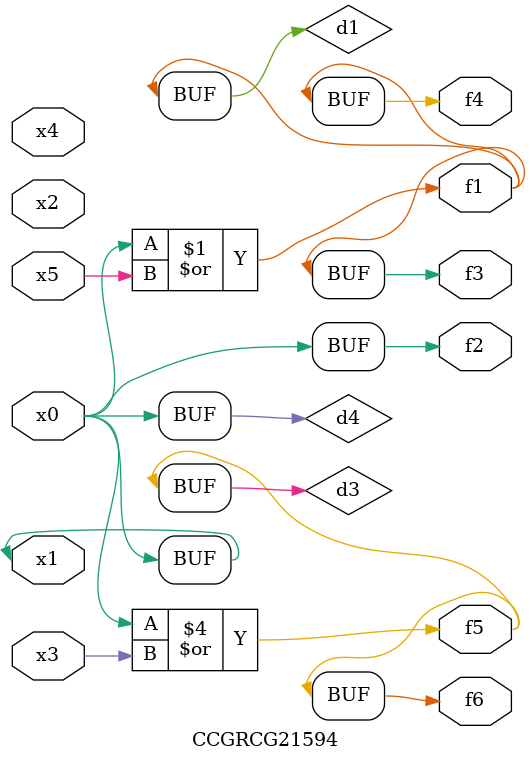
<source format=v>
module CCGRCG21594(
	input x0, x1, x2, x3, x4, x5,
	output f1, f2, f3, f4, f5, f6
);

	wire d1, d2, d3, d4;

	or (d1, x0, x5);
	xnor (d2, x1, x4);
	or (d3, x0, x3);
	buf (d4, x0, x1);
	assign f1 = d1;
	assign f2 = d4;
	assign f3 = d1;
	assign f4 = d1;
	assign f5 = d3;
	assign f6 = d3;
endmodule

</source>
